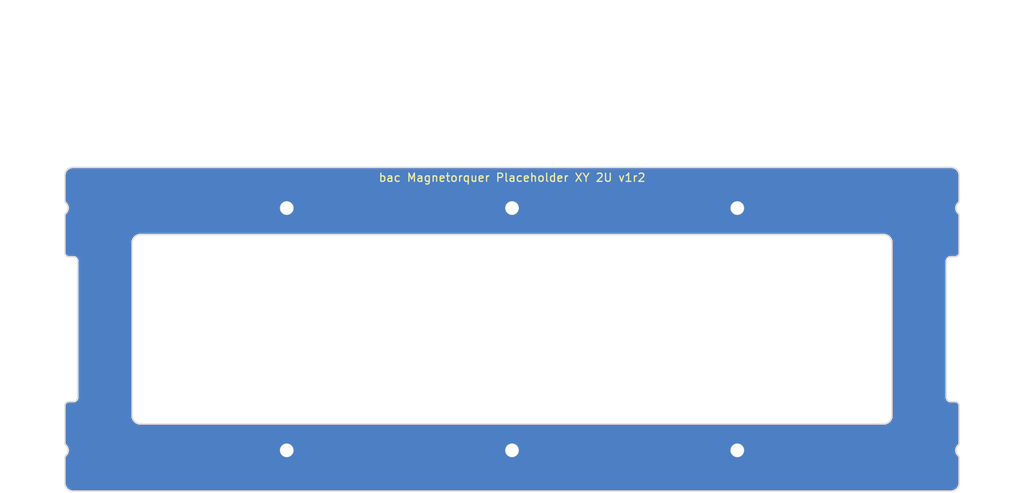
<source format=kicad_pcb>
(kicad_pcb (version 20240108) (generator "pcbnew") (generator_version "8.0")
  (title_block (title "bac Magnetorquer Placeholder XY 2U v1") (date "2025-03-20") (rev "2") (company "Build a CubeSat") (comment 1 "Manuel Imboden") (comment 2 "CC BY-SA 4.0") (comment 3 "https://buildacubesat.space"))
  (layers (0 "F.Cu" signal) (31 "B.Cu" mixed) (34 "B.Paste" user) (35 "F.Paste" user) (36 "B.SilkS" user "B.Silkscreen") (37 "F.SilkS" user "F.Silkscreen") (38 "B.Mask" user) (39 "F.Mask" user) (44 "Edge.Cuts" user))
  (net 0 "")
  (net 1 "GND")
  (footprint "MountingHole:MountingHole_3.2mm_M3_ISO14580_Pad_TopBottom" (layer "F.Cu") (at 95 129.6)
    (property "Reference" "H106" (hide yes))
    (property "Value" "MountingHole_Pad")
    (pad "1" thru_hole circle (at 0 0) (size 3.6 3.6) (drill 3.2) (layers "*.Cu" "*.Mask" "In1.Cu" "In2.Cu" "In3.Cu" "In4.Cu" "In5.Cu" "In6.Cu" "In7.Cu" "In8.Cu" "In9.Cu" "In10.Cu" "In11.Cu" "In12.Cu" "In13.Cu" "In14.Cu" "In15.Cu" "In16.Cu" "In17.Cu" "In18.Cu" "In19.Cu" "In20.Cu" "In21.Cu" "In22.Cu" "In23.Cu" "In24.Cu" "In25.Cu" "In26.Cu" "In27.Cu" "In28.Cu" "In29.Cu" "In30.Cu") (net 1 "GND"))
    (pad "1" connect circle (at 0 0) (size 5.5 5.5) (layers "F.Cu" "F.Mask") (net 1 "GND"))
    (pad "1" connect circle (at 0 0) (size 5.5 5.5) (layers "B.Cu" "B.Mask") (net 1 "GND"))
  )
  (footprint "MountingHole:MountingHole_3.2mm_M3_ISO14580_Pad_TopBottom" (layer "F.Cu") (at 95 70.4)
    (property "Reference" "H105" (hide yes))
    (property "Value" "MountingHole_Pad")
    (pad "1" thru_hole circle (at 0 0) (size 3.6 3.6) (drill 3.2) (layers "*.Cu" "*.Mask" "In1.Cu" "In2.Cu" "In3.Cu" "In4.Cu" "In5.Cu" "In6.Cu" "In7.Cu" "In8.Cu" "In9.Cu" "In10.Cu" "In11.Cu" "In12.Cu" "In13.Cu" "In14.Cu" "In15.Cu" "In16.Cu" "In17.Cu" "In18.Cu" "In19.Cu" "In20.Cu" "In21.Cu" "In22.Cu" "In23.Cu" "In24.Cu" "In25.Cu" "In26.Cu" "In27.Cu" "In28.Cu" "In29.Cu" "In30.Cu") (net 1 "GND"))
    (pad "1" connect circle (at 0 0) (size 5.5 5.5) (layers "F.Cu" "F.Mask") (net 1 "GND"))
    (pad "1" connect circle (at 0 0) (size 5.5 5.5) (layers "B.Cu" "B.Mask") (net 1 "GND"))
  )
  (footprint "MountingHole:MountingHole_3.2mm_M3_ISO14580_Pad_TopBottom" (layer "F.Cu") (at 205 70.4)
    (property "Reference" "H101" (hide yes))
    (property "Value" "MountingHole_Pad")
    (pad "1" thru_hole circle (at 0 0) (size 3.6 3.6) (drill 3.2) (layers "*.Cu" "*.Mask" "In1.Cu" "In2.Cu" "In3.Cu" "In4.Cu" "In5.Cu" "In6.Cu" "In7.Cu" "In8.Cu" "In9.Cu" "In10.Cu" "In11.Cu" "In12.Cu" "In13.Cu" "In14.Cu" "In15.Cu" "In16.Cu" "In17.Cu" "In18.Cu" "In19.Cu" "In20.Cu" "In21.Cu" "In22.Cu" "In23.Cu" "In24.Cu" "In25.Cu" "In26.Cu" "In27.Cu" "In28.Cu" "In29.Cu" "In30.Cu") (net 1 "GND"))
    (pad "1" connect circle (at 0 0) (size 5.5 5.5) (layers "F.Cu" "F.Mask") (net 1 "GND"))
    (pad "1" connect circle (at 0 0) (size 5.5 5.5) (layers "B.Cu" "B.Mask") (net 1 "GND"))
  )
  (footprint "MountingHole:MountingHole_3.2mm_M3_ISO14580_Pad_TopBottom" (layer "F.Cu") (at 150 70.4)
    (property "Reference" "H103" (hide yes))
    (property "Value" "MountingHole_Pad")
    (pad "1" thru_hole circle (at 0 0) (size 3.6 3.6) (drill 3.2) (layers "*.Cu" "*.Mask" "In1.Cu" "In2.Cu" "In3.Cu" "In4.Cu" "In5.Cu" "In6.Cu" "In7.Cu" "In8.Cu" "In9.Cu" "In10.Cu" "In11.Cu" "In12.Cu" "In13.Cu" "In14.Cu" "In15.Cu" "In16.Cu" "In17.Cu" "In18.Cu" "In19.Cu" "In20.Cu" "In21.Cu" "In22.Cu" "In23.Cu" "In24.Cu" "In25.Cu" "In26.Cu" "In27.Cu" "In28.Cu" "In29.Cu" "In30.Cu") (net 1 "GND"))
    (pad "1" connect circle (at 0 0) (size 5.5 5.5) (layers "F.Cu" "F.Mask") (net 1 "GND"))
    (pad "1" connect circle (at 0 0) (size 5.5 5.5) (layers "B.Cu" "B.Mask") (net 1 "GND"))
  )
  (footprint "MountingHole:MountingHole_3.2mm_M3_ISO14580_Pad_TopBottom" (layer "F.Cu") (at 150 129.6)
    (property "Reference" "H104" (hide yes))
    (property "Value" "MountingHole_Pad")
    (pad "1" thru_hole circle (at 0 0) (size 3.6 3.6) (drill 3.2) (layers "*.Cu" "*.Mask" "In1.Cu" "In2.Cu" "In3.Cu" "In4.Cu" "In5.Cu" "In6.Cu" "In7.Cu" "In8.Cu" "In9.Cu" "In10.Cu" "In11.Cu" "In12.Cu" "In13.Cu" "In14.Cu" "In15.Cu" "In16.Cu" "In17.Cu" "In18.Cu" "In19.Cu" "In20.Cu" "In21.Cu" "In22.Cu" "In23.Cu" "In24.Cu" "In25.Cu" "In26.Cu" "In27.Cu" "In28.Cu" "In29.Cu" "In30.Cu") (net 1 "GND"))
    (pad "1" connect circle (at 0 0) (size 5.5 5.5) (layers "F.Cu" "F.Mask") (net 1 "GND"))
    (pad "1" connect circle (at 0 0) (size 5.5 5.5) (layers "B.Cu" "B.Mask") (net 1 "GND"))
  )
  (footprint "MountingHole:MountingHole_3.2mm_M3_ISO14580_Pad_TopBottom" (layer "F.Cu") (at 205 129.6)
    (property "Reference" "H102" (hide yes))
    (property "Value" "MountingHole_Pad")
    (pad "1" thru_hole circle (at 0 0) (size 3.6 3.6) (drill 3.2) (layers "*.Cu" "*.Mask" "In1.Cu" "In2.Cu" "In3.Cu" "In4.Cu" "In5.Cu" "In6.Cu" "In7.Cu" "In8.Cu" "In9.Cu" "In10.Cu" "In11.Cu" "In12.Cu" "In13.Cu" "In14.Cu" "In15.Cu" "In16.Cu" "In17.Cu" "In18.Cu" "In19.Cu" "In20.Cu" "In21.Cu" "In22.Cu" "In23.Cu" "In24.Cu" "In25.Cu" "In26.Cu" "In27.Cu" "In28.Cu" "In29.Cu" "In30.Cu") (net 1 "GND"))
    (pad "1" connect circle (at 0 0) (size 5.5 5.5) (layers "F.Cu" "F.Mask") (net 1 "GND"))
    (pad "1" connect circle (at 0 0) (size 5.5 5.5) (layers "B.Cu" "B.Mask") (net 1 "GND"))
  )
  (gr_circle (center 205 129.6) (end 205 131.200001) (stroke (width 0.2)) (fill none) (layer "Edge.Cuts"))
  (gr_arc (start 59.3 123.100001) (mid 57.885786 122.514214) (end 57.299999 121.1) (stroke (width 0.2)) (layer "Edge.Cuts"))
  (gr_arc (start 259.2 81.340001) (mid 258.907106 82.047107) (end 258.2 82.34) (stroke (width 0.2)) (layer "Edge.Cuts"))
  (gr_arc (start 41.107692 128.445436) (mid 41.6 129.6) (end 41.107692 130.754564) (stroke (width 0.2)) (layer "Edge.Cuts"))
  (gr_line (start 40.800001 68.523833) (end 40.8 68.523832) (stroke (width 0.2)) (layer "Edge.Cuts"))
  (gr_circle (center 150 129.6) (end 150 131.200001) (stroke (width 0.2)) (fill none) (layer "Edge.Cuts"))
  (gr_circle (center 205 70.4) (end 205 72) (stroke (width 0.2)) (fill none) (layer "Edge.Cuts"))
  (gr_circle (center 95 70.4) (end 95 72) (stroke (width 0.2)) (fill none) (layer "Edge.Cuts"))
  (gr_circle (center 150 70.4) (end 150 72) (stroke (width 0.2)) (fill none) (layer "Edge.Cuts"))
  (gr_circle (center 95 129.6) (end 95 131.200001) (stroke (width 0.2)) (fill none) (layer "Edge.Cuts"))
  (gr_arc (start 57.3 78.899998) (mid 57.885786 77.485786) (end 59.299998 76.9) (stroke (width 0.2)) (layer "Edge.Cuts"))
  (gr_line (start 57.3 78.899998) (end 57.299999 121.1) (stroke (width 0.2)) (layer "Edge.Cuts"))
  (gr_line (start 41.799998 82.34) (end 42.928848 82.34) (stroke (width 0.2)) (layer "Edge.Cuts"))
  (gr_arc (start 40.8 62.399998) (mid 41.385786 60.985786) (end 42.799998 60.4) (stroke (width 0.2)) (layer "Edge.Cuts"))
  (gr_line (start 257.200002 60.4) (end 42.799998 60.4) (stroke (width 0.2)) (layer "Edge.Cuts"))
  (gr_arc (start 41.107692 69.245436) (mid 41.6 70.4) (end 41.107692 71.554564) (stroke (width 0.2)) (layer "Edge.Cuts"))
  (gr_line (start 40.8 62.399998) (end 40.8 68.523832) (stroke (width 0.2)) (layer "Edge.Cuts"))
  (gr_arc (start 258.892308 71.554564) (mid 258.4 70.4) (end 258.892308 69.245436) (stroke (width 0.2)) (layer "Edge.Cuts"))
  (gr_line (start 43.928851 83.340003) (end 43.928851 116.66) (stroke (width 0.2)) (layer "Edge.Cuts"))
  (gr_arc (start 258.892308 71.554564) (mid 259.119866 71.883934) (end 259.2 72.276167) (stroke (width 0.2)) (layer "Edge.Cuts"))
  (gr_arc (start 259.2 68.523832) (mid 259.119866 68.916066) (end 258.892308 69.245436) (stroke (width 0.2)) (layer "Edge.Cuts"))
  (gr_line (start 240.700002 76.9) (end 59.299998 76.9) (stroke (width 0.2)) (layer "Edge.Cuts"))
  (gr_arc (start 240.700002 76.9) (mid 242.114214 77.485786) (end 242.7 78.899998) (stroke (width 0.2)) (layer "Edge.Cuts"))
  (gr_arc (start 242.700001 121.1) (mid 242.114214 122.514214) (end 240.7 123.100001) (stroke (width 0.2)) (layer "Edge.Cuts"))
  (gr_line (start 259.2 81.340001) (end 259.2 72.276167) (stroke (width 0.2)) (layer "Edge.Cuts"))
  (gr_arc (start 41.107692 128.445436) (mid 40.880123 128.116069) (end 40.8 127.723835) (stroke (width 0.2)) (layer "Edge.Cuts"))
  (gr_arc (start 40.8 118.66) (mid 41.092894 117.952893) (end 41.8 117.66) (stroke (width 0.2)) (layer "Edge.Cuts"))
  (gr_arc (start 40.8 72.276167) (mid 40.880134 71.883934) (end 41.107692 71.554564) (stroke (width 0.2)) (layer "Edge.Cuts"))
  (gr_arc (start 257.200002 60.4) (mid 258.614214 60.985786) (end 259.2 62.399998) (stroke (width 0.2)) (layer "Edge.Cuts"))
  (gr_line (start 42.928851 117.66) (end 41.8 117.66) (stroke (width 0.2)) (layer "Edge.Cuts"))
  (gr_arc (start 42.928848 82.34) (mid 43.635956 82.632894) (end 43.928851 83.340003) (stroke (width 0.2)) (layer "Edge.Cuts"))
  (gr_line (start 259.2 68.523832) (end 259.2 62.399998) (stroke (width 0.2)) (layer "Edge.Cuts"))
  (gr_arc (start 41.799998 82.34) (mid 41.092894 82.047107) (end 40.8 81.340001) (stroke (width 0.2)) (layer "Edge.Cuts"))
  (gr_line (start 40.8 72.276167) (end 40.8 81.340001) (stroke (width 0.2)) (layer "Edge.Cuts"))
  (gr_arc (start 43.928851 116.66) (mid 43.635958 117.367108) (end 42.928851 117.66) (stroke (width 0.2)) (layer "Edge.Cuts"))
  (gr_arc (start 41.107692 69.245436) (mid 40.880134 68.916066) (end 40.800001 68.523833) (stroke (width 0.2)) (layer "Edge.Cuts"))
  (gr_line (start 40.8 118.66) (end 40.8 127.723835) (stroke (width 0.2)) (layer "Edge.Cuts"))
  (gr_line (start 242.700001 121.1) (end 242.7 78.899998) (stroke (width 0.2)) (layer "Edge.Cuts"))
  (gr_arc (start 42.800001 139.6) (mid 41.385786 139.014214) (end 40.8 137.599999) (stroke (width 0.2)) (layer "Edge.Cuts"))
  (gr_arc (start 259.2 137.599999) (mid 258.614214 139.014214) (end 257.199999 139.6) (stroke (width 0.2)) (layer "Edge.Cuts"))
  (gr_line (start 59.3 123.100001) (end 240.7 123.100001) (stroke (width 0.2)) (layer "Edge.Cuts"))
  (gr_line (start 42.800001 139.6) (end 257.199999 139.6) (stroke (width 0.2)) (layer "Edge.Cuts"))
  (gr_line (start 40.8 131.4762) (end 40.8 137.599999) (stroke (width 0.2)) (layer "Edge.Cuts"))
  (gr_arc (start 258.892308 130.754564) (mid 258.4 129.6) (end 258.892308 128.445436) (stroke (width 0.2)) (layer "Edge.Cuts"))
  (gr_line (start 256.071149 116.66008) (end 256.071149 83.340003) (stroke (width 0.2)) (layer "Edge.Cuts"))
  (gr_arc (start 258.892308 130.754564) (mid 259.119878 131.083932) (end 259.2 131.476166) (stroke (width 0.2)) (layer "Edge.Cuts"))
  (gr_arc (start 259.2 127.723799) (mid 259.119855 128.116058) (end 258.892308 128.445436) (stroke (width 0.2)) (layer "Edge.Cuts"))
  (gr_arc (start 258.2 117.66) (mid 258.907106 117.952893) (end 259.2 118.66) (stroke (width 0.2)) (layer "Edge.Cuts"))
  (gr_arc (start 256.071149 83.340003) (mid 256.364044 82.632894) (end 257.071152 82.34) (stroke (width 0.2)) (layer "Edge.Cuts"))
  (gr_line (start 259.2 127.723799) (end 259.2 118.66) (stroke (width 0.2)) (layer "Edge.Cuts"))
  (gr_line (start 259.2 137.599999) (end 259.2 131.476166) (stroke (width 0.2)) (layer "Edge.Cuts"))
  (gr_line (start 258.2 117.66) (end 257.07107 117.66) (stroke (width 0.2)) (layer "Edge.Cuts"))
  (gr_arc (start 40.8 131.4762) (mid 40.880145 131.083942) (end 41.107692 130.754564) (stroke (width 0.2)) (layer "Edge.Cuts"))
  (gr_line (start 257.071152 82.34) (end 258.2 82.34) (stroke (width 0.2)) (layer "Edge.Cuts"))
  (gr_arc (start 257.07107 117.66) (mid 256.364011 117.367124) (end 256.071149 116.66008) (stroke (width 0.2)) (layer "Edge.Cuts"))
  (gr_text "${TITLE}r${REVISION}" (at 150.025 62.95 0) (layer "F.SilkS") (effects (font (size 2 2) (thickness 0.3))))
  (zone (net 1) (net_name "GND") (layers "F.Cu" "B.Cu") (name "GND") (connect_pads yes (clearance 0)) (min_thickness 0.25) (fill yes (thermal_gap 0.5) (thermal_bridge_width 0.5) (smoothing fillet) (radius 1) (island_removal_mode 1) (island_area_min 10))
    (polygon (pts (xy 40 60) (xy 259.5 60) (xy 259.5 140) (xy 40.5 140) (xy 40 139.5)))
  )
)
</source>
